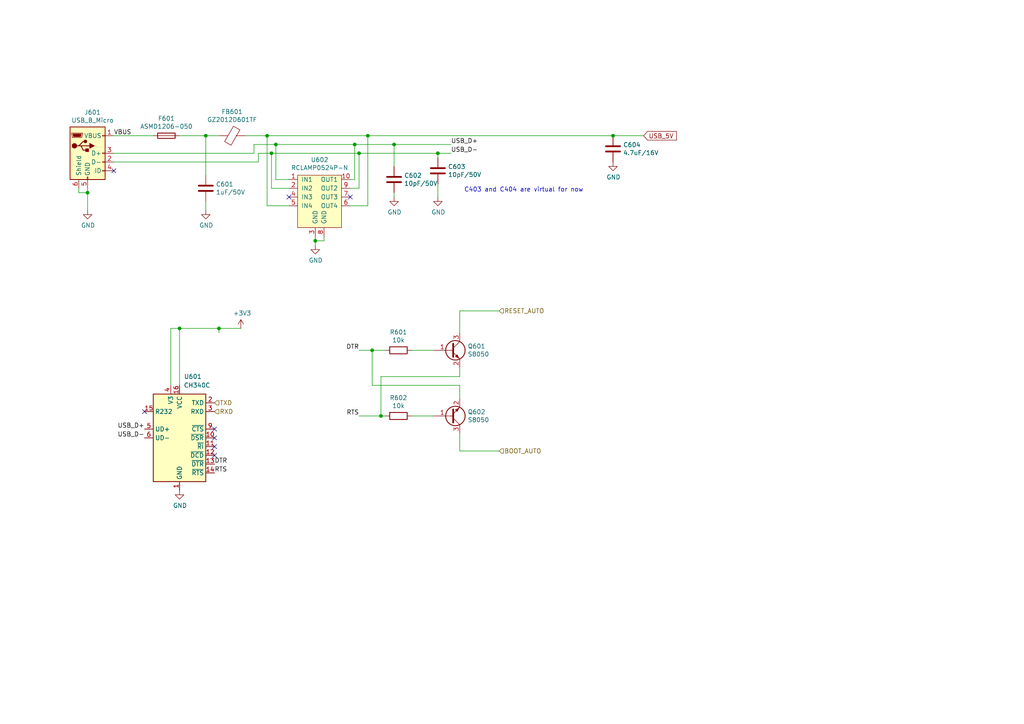
<source format=kicad_sch>
(kicad_sch (version 20211123) (generator eeschema)
  (paper "A4")
  (title_block (title "Sailor Hat with ESP32") (date "2021-08-17") (rev "2.0.0") (company "Hat Labs Ltd") (comment 1 "https://creativecommons.org/licenses/by-sa/4.0") (comment 2 "To view a copy of this license, visit ") (comment 3 "SH-ESP32 is licensed under CC BY-SA 4.0."))
  (lib_symbols
    (symbol "Device:C" (pin_numbers hide) (pin_names (offset 0.254))
      (property "Reference" "C" (at 0.635 2.54 0))
      (property "Value" "C" (at 0.635 -2.54 0))
      (symbol "C_0_1"
        (polyline (pts (xy -2.032 -0.762) (xy 2.032 -0.762)) (stroke (width 0.508)))
        (polyline (pts (xy -2.032 0.762) (xy 2.032 0.762)) (stroke (width 0.508)))
      )
      (symbol "C_1_1"
        (pin passive line (at 0 3.81 270) (length 2.794) (name "~") (number "1"))
        (pin passive line (at 0 -3.81 90) (length 2.794) (name "~") (number "2"))
      )
    )
    (symbol "Device:FerriteBead" (pin_numbers hide) (pin_names (offset 0))
      (property "Reference" "FB" (at -3.81 0.635 90))
      (property "Value" "FerriteBead" (at 3.81 0 90))
      (symbol "FerriteBead_0_1"
        (polyline (pts (xy 0 -1.27) (xy 0 -1.2192)))
        (polyline (pts (xy 0 1.27) (xy 0 1.2954)))
        (polyline (pts (xy -2.7686 0.4064) (xy -1.7018 2.2606) (xy 2.7686 -0.3048) (xy 1.6764 -2.159) (xy -2.7686 0.4064)))
      )
      (symbol "FerriteBead_1_1"
        (pin passive line (at 0 3.81 270) (length 2.54) (name "~") (number "1"))
        (pin passive line (at 0 -3.81 90) (length 2.54) (name "~") (number "2"))
      )
    )
    (symbol "Device:Fuse" (pin_numbers hide) (pin_names (offset 0))
      (property "Reference" "F" (at 2.032 0 90))
      (property "Value" "Fuse" (at -1.905 0 90))
      (symbol "Fuse_0_1"
        (rectangle (start -0.762 -2.54) (end 0.762 2.54) (stroke (width 0.254)))
        (polyline (pts (xy 0 2.54) (xy 0 -2.54)))
      )
      (symbol "Fuse_1_1"
        (pin passive line (at 0 3.81 270) (length 1.27) (name "~") (number "1"))
        (pin passive line (at 0 -3.81 90) (length 1.27) (name "~") (number "2"))
      )
    )
    (symbol "Device:R" (pin_numbers hide) (pin_names (offset 0))
      (property "Reference" "R" (at 2.032 0 90))
      (property "Value" "R" (at 0 0 90))
      (symbol "R_0_1"
        (rectangle (start -1.016 -2.54) (end 1.016 2.54) (stroke (width 0.254)))
      )
      (symbol "R_1_1"
        (pin passive line (at 0 3.81 270) (length 1.27) (name "~") (number "1"))
        (pin passive line (at 0 -3.81 90) (length 1.27) (name "~") (number "2"))
      )
    )
    (symbol "Interface_USB:CH340C"
      (property "Reference" "U" (at -5.08 13.97 0))
      (property "Value" "CH340C" (at 1.27 13.97 0))
      (symbol "CH340C_0_1"
        (rectangle (start -7.62 12.7) (end 7.62 -12.7) (stroke (width 0.254)) (fill (type background)))
      )
      (symbol "CH340C_1_1"
        (pin power_in line (at 0 -15.24 90) (length 2.54) (name "GND") (number "1"))
        (pin input line (at 10.16 0 180) (length 2.54) (name "~{DSR}") (number "10"))
        (pin input line (at 10.16 -2.54 180) (length 2.54) (name "~{RI}") (number "11"))
        (pin input line (at 10.16 -5.08 180) (length 2.54) (name "~{DCD}") (number "12"))
        (pin output line (at 10.16 -7.62 180) (length 2.54) (name "~{DTR}") (number "13"))
        (pin output line (at 10.16 -10.16 180) (length 2.54) (name "~{RTS}") (number "14"))
        (pin input line (at -10.16 7.62 0) (length 2.54) (name "R232") (number "15"))
        (pin power_in line (at 0 15.24 270) (length 2.54) (name "VCC") (number "16"))
        (pin output line (at 10.16 10.16 180) (length 2.54) (name "TXD") (number "2"))
        (pin input line (at 10.16 7.62 180) (length 2.54) (name "RXD") (number "3"))
        (pin passive line (at -2.54 15.24 270) (length 2.54) (name "V3") (number "4"))
        (pin bidirectional line (at -10.16 2.54 0) (length 2.54) (name "UD+") (number "5"))
        (pin bidirectional line (at -10.16 0 0) (length 2.54) (name "UD-") (number "6"))
        (pin no_connect line (at -7.62 -7.62 0) (length 2.54) hide (name "NC") (number "7"))
        (pin no_connect line (at -7.62 -10.16 0) (length 2.54) hide (name "NC") (number "8"))
        (pin input line (at 10.16 2.54 180) (length 2.54) (name "~{CTS}") (number "9"))
      )
    )
    (symbol "SH-ESP32:RCLAMP0524P-N" (pin_names (offset 1.016))
      (property "Reference" "U" (at 1.27 10.16 0))
      (property "Value" "RCLAMP0524P-N" (at 8.89 7.62 0))
      (symbol "RCLAMP0524P-N_0_1"
        (rectangle (start -6.35 6.35) (end 6.35 -8.89) (fill (type background)))
      )
      (symbol "RCLAMP0524P-N_1_1"
        (pin input line (at -8.89 5.08 0) (length 2.54) (name "IN1") (number "1"))
        (pin output line (at 8.89 5.08 180) (length 2.54) (name "OUT1") (number "10"))
        (pin input line (at -8.89 2.54 0) (length 2.54) (name "IN2") (number "2"))
        (pin power_in line (at -1.27 -11.43 90) (length 2.54) (name "GND") (number "3"))
        (pin input line (at -8.89 0 0) (length 2.54) (name "IN3") (number "4"))
        (pin input line (at -8.89 -2.54 0) (length 2.54) (name "IN4") (number "5"))
        (pin output line (at 8.89 -2.54 180) (length 2.54) (name "OUT4") (number "6"))
        (pin output line (at 8.89 0 180) (length 2.54) (name "OUT3") (number "7"))
        (pin power_in line (at 1.27 -11.43 90) (length 2.54) (name "GND") (number "8"))
        (pin output line (at 8.89 2.54 180) (length 2.54) (name "OUT2") (number "9"))
      )
    )
    (symbol "SH-ESP32:S8050" (pin_names (offset 0) hide)
      (property "Reference" "Q" (at 5.08 1.905 0))
      (property "Value" "S8050" (at 5.08 0 0))
      (symbol "S8050_0_1"
        (polyline (pts (xy 0 0) (xy 0.635 0)))
        (polyline (pts (xy 0.635 0.635) (xy 2.54 2.54)))
        (polyline (pts (xy 0.635 -0.635) (xy 2.54 -2.54) (xy 2.54 -2.54)))
        (polyline (pts (xy 0.635 1.905) (xy 0.635 -1.905) (xy 0.635 -1.905)) (stroke (width 0.508)))
        (polyline (pts (xy 1.27 -1.778) (xy 1.778 -1.27) (xy 2.286 -2.286) (xy 1.27 -1.778) (xy 1.27 -1.778)) (fill (type outline)))
        (circle (center 1.27 0) (radius 2.8194) (stroke (width 0.254)))
      )
      (symbol "S8050_1_1"
        (pin input line (at -5.08 0 0) (length 5.08) (name "B") (number "1"))
        (pin passive line (at 2.54 -5.08 90) (length 2.54) (name "E") (number "2"))
        (pin passive line (at 2.54 5.08 270) (length 2.54) (name "C") (number "3"))
      )
    )
    (symbol "SH-ESP32:USB_B_Micro-Connector" (pin_names (offset 1.016))
      (property "Reference" "J" (at -5.08 11.43 0))
      (property "Value" "USB_B_Micro-Connector" (at -5.08 8.89 0))
      (symbol "USB_B_Micro-Connector_0_1"
        (rectangle (start -5.08 -7.62) (end 5.08 7.62) (stroke (width 0.254)) (fill (type background)))
        (circle (center -3.81 2.159) (radius 0.635) (stroke (width 0.254)) (fill (type outline)))
        (circle (center -0.635 3.429) (radius 0.381) (stroke (width 0.254)) (fill (type outline)))
        (rectangle (start -0.127 -7.62) (end 0.127 -6.858))
        (polyline (pts (xy -1.905 2.159) (xy 0.635 2.159)) (stroke (width 0.254)))
        (polyline (pts (xy -3.175 2.159) (xy -2.54 2.159) (xy -1.27 3.429) (xy -0.635 3.429)) (stroke (width 0.254)))
        (polyline (pts (xy -2.54 2.159) (xy -1.905 2.159) (xy -1.27 0.889) (xy 0 0.889)) (stroke (width 0.254)))
        (polyline (pts (xy 0.635 2.794) (xy 0.635 1.524) (xy 1.905 2.159) (xy 0.635 2.794)) (stroke (width 0.254)) (fill (type outline)))
        (polyline (pts (xy -4.318 5.588) (xy -1.778 5.588) (xy -2.032 4.826) (xy -4.064 4.826) (xy -4.318 5.588)) (fill (type outline)))
        (polyline (pts (xy -4.699 5.842) (xy -4.699 5.588) (xy -4.445 4.826) (xy -4.445 4.572) (xy -1.651 4.572) (xy -1.651 4.826) (xy -1.397 5.588) (xy -1.397 5.842) (xy -4.699 5.842)))
        (rectangle (start 0.254 1.27) (end -0.508 0.508) (stroke (width 0.254)) (fill (type outline)))
        (rectangle (start 5.08 -5.207) (end 4.318 -4.953))
        (rectangle (start 5.08 -2.667) (end 4.318 -2.413))
        (rectangle (start 5.08 -0.127) (end 4.318 0.127))
        (rectangle (start 5.08 4.953) (end 4.318 5.207))
      )
      (symbol "USB_B_Micro-Connector_1_1"
        (pin power_out line (at 7.62 5.08 180) (length 2.54) (name "VBUS") (number "1"))
        (pin passive line (at 7.62 -2.54 180) (length 2.54) (name "D-") (number "2"))
        (pin passive line (at 7.62 0 180) (length 2.54) (name "D+") (number "3"))
        (pin passive line (at 7.62 -5.08 180) (length 2.54) (name "ID") (number "4"))
        (pin power_out line (at 0 -10.16 90) (length 2.54) (name "GND") (number "5"))
        (pin passive line (at -2.54 -10.16 90) (length 2.54) (name "Shield") (number "6"))
      )
    )
    (symbol "power:+3.3V" (power) (pin_names (offset 0))
      (property "Value" "+3.3V" (at 0 3.556 0))
      (symbol "+3.3V_0_1"
        (polyline (pts (xy -0.762 1.27) (xy 0 2.54)))
        (polyline (pts (xy 0 0) (xy 0 2.54)))
        (polyline (pts (xy 0 2.54) (xy 0.762 1.27)))
      )
      (symbol "+3.3V_1_1"
        (pin power_in line (at 0 0 90) (length 0) hide (name "+3V3") (number "1"))
      )
    )
    (symbol "power:GND" (power) (pin_names (offset 0))
      (property "Value" "GND" (at 0 -3.81 0))
      (symbol "GND_0_1"
        (polyline (pts (xy 0 0) (xy 0 -1.27) (xy 1.27 -1.27) (xy 0 -2.54) (xy -1.27 -1.27) (xy 0 -1.27)))
      )
      (symbol "GND_1_1"
        (pin power_in line (at 0 0 270) (length 0) hide (name "GND") (number "1"))
      )
    )
  )
  (junction (at 52.07 95.25))
  (junction (at 102.87 41.91))
  (junction (at 127 44.45))
  (junction (at 63.5 95.25))
  (junction (at 107.95 101.6))
  (junction (at 80.01 41.91))
  (junction (at 106.68 39.37))
  (junction (at 77.47 39.37))
  (junction (at 114.3 41.91))
  (junction (at 104.14 44.45))
  (junction (at 110.49 120.65))
  (junction (at 59.69 39.37))
  (junction (at 25.4 55.88))
  (junction (at 91.44 69.85))
  (junction (at 78.74 44.45))
  (junction (at 177.8 39.37))
  (no_connect (at 62.23 132.08))
  (no_connect (at 62.23 129.54))
  (no_connect (at 83.82 57.15))
  (no_connect (at 101.6 57.15))
  (no_connect (at 62.23 127))
  (no_connect (at 41.91 119.38))
  (no_connect (at 33.02 49.53))
  (no_connect (at 62.23 124.46))
  (wire (pts (xy 91.44 69.85) (xy 93.98 69.85)))
  (wire (pts (xy 114.3 41.91) (xy 130.81 41.91)))
  (wire (pts (xy 22.86 55.88) (xy 22.86 54.61)))
  (wire (pts (xy 83.82 54.61) (xy 78.74 54.61)))
  (wire (pts (xy 111.76 120.65) (xy 110.49 120.65)))
  (wire (pts (xy 144.78 130.81) (xy 133.35 130.81)))
  (wire (pts (xy 59.69 39.37) (xy 63.5 39.37)))
  (wire (pts (xy 101.6 52.07) (xy 102.87 52.07)))
  (wire (pts (xy 80.01 41.91) (xy 80.01 52.07)))
  (wire (pts (xy 33.02 44.45) (xy 73.66 44.45)))
  (wire (pts (xy 133.35 106.68) (xy 133.35 109.22)))
  (wire (pts (xy 25.4 54.61) (xy 25.4 55.88)))
  (wire (pts (xy 104.14 44.45) (xy 127 44.45)))
  (wire (pts (xy 71.12 39.37) (xy 77.47 39.37)))
  (wire (pts (xy 77.47 39.37) (xy 106.68 39.37)))
  (wire (pts (xy 107.95 101.6) (xy 107.95 111.76)))
  (wire (pts (xy 22.86 55.88) (xy 25.4 55.88)))
  (wire (pts (xy 127 45.72) (xy 127 44.45)))
  (wire (pts (xy 80.01 41.91) (xy 102.87 41.91)))
  (wire (pts (xy 59.69 50.8) (xy 59.69 39.37)))
  (wire (pts (xy 80.01 52.07) (xy 83.82 52.07)))
  (wire (pts (xy 127 44.45) (xy 130.81 44.45)))
  (wire (pts (xy 69.85 95.25) (xy 63.5 95.25)))
  (wire (pts (xy 49.53 95.25) (xy 52.07 95.25)))
  (wire (pts (xy 91.44 71.12) (xy 91.44 69.85)))
  (wire (pts (xy 133.35 90.17) (xy 144.78 90.17)))
  (wire (pts (xy 104.14 54.61) (xy 104.14 44.45)))
  (wire (pts (xy 133.35 130.81) (xy 133.35 125.73)))
  (wire (pts (xy 73.66 41.91) (xy 80.01 41.91)))
  (wire (pts (xy 119.38 101.6) (xy 125.73 101.6)))
  (wire (pts (xy 74.93 46.99) (xy 74.93 44.45)))
  (wire (pts (xy 102.87 52.07) (xy 102.87 41.91)))
  (wire (pts (xy 101.6 54.61) (xy 104.14 54.61)))
  (wire (pts (xy 106.68 59.69) (xy 101.6 59.69)))
  (wire (pts (xy 133.35 111.76) (xy 133.35 115.57)))
  (wire (pts (xy 52.07 95.25) (xy 52.07 111.76)))
  (wire (pts (xy 104.14 101.6) (xy 107.95 101.6)))
  (wire (pts (xy 177.8 39.37) (xy 186.69 39.37)))
  (wire (pts (xy 133.35 109.22) (xy 110.49 109.22)))
  (wire (pts (xy 59.69 60.96) (xy 59.69 58.42)))
  (wire (pts (xy 77.47 59.69) (xy 83.82 59.69)))
  (wire (pts (xy 125.73 120.65) (xy 119.38 120.65)))
  (wire (pts (xy 49.53 95.25) (xy 49.53 111.76)))
  (wire (pts (xy 63.5 96.52) (xy 63.5 95.25)))
  (wire (pts (xy 63.5 95.25) (xy 52.07 95.25)))
  (wire (pts (xy 110.49 109.22) (xy 110.49 120.65)))
  (wire (pts (xy 106.68 39.37) (xy 177.8 39.37)))
  (wire (pts (xy 52.07 39.37) (xy 59.69 39.37)))
  (wire (pts (xy 25.4 55.88) (xy 25.4 60.96)))
  (wire (pts (xy 114.3 48.26) (xy 114.3 41.91)))
  (wire (pts (xy 78.74 54.61) (xy 78.74 44.45)))
  (wire (pts (xy 93.98 69.85) (xy 93.98 68.58)))
  (wire (pts (xy 114.3 57.15) (xy 114.3 55.88)))
  (wire (pts (xy 107.95 101.6) (xy 111.76 101.6)))
  (wire (pts (xy 102.87 41.91) (xy 114.3 41.91)))
  (wire (pts (xy 78.74 44.45) (xy 104.14 44.45)))
  (wire (pts (xy 110.49 120.65) (xy 104.14 120.65)))
  (wire (pts (xy 73.66 44.45) (xy 73.66 41.91)))
  (wire (pts (xy 106.68 39.37) (xy 106.68 59.69)))
  (wire (pts (xy 77.47 39.37) (xy 77.47 59.69)))
  (wire (pts (xy 74.93 44.45) (xy 78.74 44.45)))
  (wire (pts (xy 33.02 39.37) (xy 44.45 39.37)))
  (wire (pts (xy 107.95 111.76) (xy 133.35 111.76)))
  (wire (pts (xy 127 57.15) (xy 127 53.34)))
  (wire (pts (xy 133.35 96.52) (xy 133.35 90.17)))
  (wire (pts (xy 91.44 69.85) (xy 91.44 68.58)))
  (wire (pts (xy 33.02 46.99) (xy 74.93 46.99)))
  (text "C403 and C404 are virtual for now" (at 134.62 55.88 0) (effects (font (size 1.27 1.27)) (justify left bottom)))
  (label "USB_D+" (at 130.81 41.91 0))
  (label "RTS" (at 104.14 120.65 180))
  (label "USB_D-" (at 130.81 44.45 0))
  (label "USB_D+" (at 41.91 124.46 180))
  (label "VBUS" (at 33.02 39.37 0))
  (label "DTR" (at 104.14 101.6 180))
  (label "DTR" (at 62.23 134.62 0))
  (label "RTS" (at 62.23 137.16 0))
  (label "USB_D-" (at 41.91 127 180))
  (global_label "USB_5V" (shape input) (at 186.69 39.37 0) (property "Intersheet References" "${INTERSHEET_REFS}" (effects hide)))
  (hierarchical_label "RXD" (shape input) (at 62.23 119.38 0))
  (hierarchical_label "TXD" (shape input) (at 62.23 116.84 0))
  (hierarchical_label "BOOT_AUTO" (shape input) (at 144.78 130.81 0))
  (hierarchical_label "RESET_AUTO" (shape input) (at 144.78 90.17 0))
  (symbol (lib_id "SH-ESP32:USB_B_Micro-Connector") (at 25.4 44.45 0) (unit 1)
    (property "Reference" "J601" (at 26.8478 32.5882 0))
    (property "Value" "USB_B_Micro" (at 26.8478 34.8996 0))
    (property "Footprint" "Connector_USB:USB_Micro-B_Wuerth_614105150721_Vertical" (effects hide))
    (property "LCSC" "C145795" (effects hide))
  )
  (symbol (lib_id "power:GND") (at 25.4 60.96 0) (unit 1)
    (property "Reference" "#PWR0601" (effects hide))
    (property "Value" "GND" (at 25.527 65.3542 0))
  )
  (symbol (lib_id "Device:R") (at 115.57 101.6 90) (unit 1)
    (property "Reference" "R601" (at 115.57 96.3422 90))
    (property "Value" "10k" (at 115.57 98.6536 90))
    (property "Footprint" "Resistor_SMD:R_0402_1005Metric" (effects hide))
    (property "LCSC" "C25744" (effects hide))
  )
  (symbol (lib_id "Device:R") (at 115.57 120.65 90) (unit 1)
    (property "Reference" "R602" (at 115.57 115.3922 90))
    (property "Value" "10k" (at 115.57 117.7036 90))
    (property "Footprint" "Resistor_SMD:R_0402_1005Metric" (effects hide))
    (property "LCSC" "C25744" (effects hide))
  )
  (symbol (lib_id "Interface_USB:CH340C") (at 52.07 127 0) (unit 1)
    (property "Reference" "U601" (at 53.34 109.22 0) (effects (justify left)))
    (property "Value" "CH340C" (at 57.15 111.76 0))
    (property "Footprint" "Package_SO:SOIC-16_3.9x9.9mm_P1.27mm" (effects hide))
    (property "Datasheet" "https://datasheet.lcsc.com/szlcsc/Jiangsu-Qin-Heng-CH340C_C84681.pdf" (effects hide))
    (property "LCSC" "C84681" (effects hide))
  )
  (symbol (lib_id "SH-ESP32:S8050") (at 130.81 101.6 0) (unit 1)
    (property "Reference" "Q601" (at 135.636 100.4316 0) (effects (justify left)))
    (property "Value" "S8050" (at 135.636 102.743 0) (effects (justify left)))
    (property "Footprint" "Package_TO_SOT_SMD:SOT-23" (effects hide))
    (property "Datasheet" "http://www.unisonic.com.tw/datasheet/S8050.pdf" (effects hide))
    (property "LCSC" "C2146" (effects hide))
  )
  (symbol (lib_id "SH-ESP32:S8050") (at 130.81 120.65 0) (mirror x) (unit 1)
    (property "Reference" "Q602" (at 135.636 119.4816 0) (effects (justify left)))
    (property "Value" "S8050" (at 135.636 121.793 0) (effects (justify left)))
    (property "Footprint" "Package_TO_SOT_SMD:SOT-23" (effects hide))
    (property "Datasheet" "http://www.unisonic.com.tw/datasheet/S8050.pdf" (effects hide))
    (property "LCSC" "C2146" (effects hide))
  )
  (symbol (lib_id "Device:C") (at 177.8 43.18 0) (unit 1)
    (property "Reference" "C604" (at 180.721 42.0116 0) (effects (justify left)))
    (property "Value" "4.7uF/16V" (at 180.721 44.323 0) (effects (justify left)))
    (property "Footprint" "Capacitor_SMD:C_0603_1608Metric" (effects hide))
    (property "LCSC" "C19666" (effects hide))
  )
  (symbol (lib_id "power:GND") (at 177.8 46.99 0) (unit 1)
    (property "Reference" "#PWR0608" (effects hide))
    (property "Value" "GND" (at 177.927 51.3842 0))
  )
  (symbol (lib_id "power:GND") (at 52.07 142.24 0) (unit 1)
    (property "Reference" "#PWR0602" (effects hide))
    (property "Value" "GND" (at 52.197 146.6342 0))
  )
  (symbol (lib_id "power:GND") (at 91.44 71.12 0) (unit 1)
    (property "Reference" "#PWR0605" (effects hide))
    (property "Value" "GND" (at 91.567 75.5142 0))
  )
  (symbol (lib_id "SH-ESP32:RCLAMP0524P-N") (at 92.71 57.15 0) (unit 1)
    (property "Reference" "U602" (at 92.71 46.355 0))
    (property "Value" "RCLAMP0524P-N" (at 92.71 48.6664 0))
    (property "Footprint" "Package_DFN_QFN:Diodes_UDFN-10_1.0x2.5mm_P0.5mm" (effects hide))
    (property "LCSC" "C316044" (effects hide))
  )
  (symbol (lib_id "Device:FerriteBead") (at 67.31 39.37 270) (unit 1)
    (property "Reference" "FB601" (at 67.31 32.4104 90))
    (property "Value" "GZ2012D601TF" (at 67.31 34.7218 90))
    (property "Footprint" "Inductor_SMD:L_0805_2012Metric" (effects hide))
    (property "LCSC" "C1017" (effects hide))
  )
  (symbol (lib_id "Device:C") (at 114.3 52.07 0) (unit 1)
    (property "Reference" "C602" (at 117.221 50.9016 0) (effects (justify left)))
    (property "Value" "10pF/50V" (at 117.221 53.213 0) (effects (justify left)))
    (property "Footprint" "Capacitor_SMD:C_0402_1005Metric" (effects hide))
    (property "LCSC" "C32949" (effects hide))
  )
  (symbol (lib_id "Device:C") (at 127 49.53 0) (unit 1)
    (property "Reference" "C603" (at 129.921 48.3616 0) (effects (justify left)))
    (property "Value" "10pF/50V" (at 129.921 50.673 0) (effects (justify left)))
    (property "Footprint" "Capacitor_SMD:C_0402_1005Metric" (effects hide))
    (property "LCSC" "C32949" (effects hide))
  )
  (symbol (lib_id "power:GND") (at 114.3 57.15 0) (unit 1)
    (property "Reference" "#PWR0606" (effects hide))
    (property "Value" "GND" (at 114.427 61.5442 0))
  )
  (symbol (lib_id "power:GND") (at 127 57.15 0) (unit 1)
    (property "Reference" "#PWR0607" (effects hide))
    (property "Value" "GND" (at 127.127 61.5442 0))
  )
  (symbol (lib_id "Device:Fuse") (at 48.26 39.37 270) (unit 1)
    (property "Reference" "F601" (at 48.26 34.3662 90))
    (property "Value" "ASMD1206-050" (at 48.26 36.6776 90))
    (property "Footprint" "Fuse:Fuse_1206_3216Metric" (effects hide))
    (property "Datasheet" "https://datasheet.lcsc.com/szlcsc/Shenzhen-JDT-Fuse-ASMD1206-050_C135338.pdf" (effects hide))
    (property "LCSC" "C135338" (effects hide))
  )
  (symbol (lib_id "power:+3.3V") (at 69.85 95.25 0) (unit 1)
    (property "Reference" "#PWR0604" (effects hide))
    (property "Value" "+3.3V" (at 70.231 90.8558 0))
  )
  (symbol (lib_id "Device:C") (at 59.69 54.61 0) (unit 1)
    (property "Reference" "C601" (at 62.611 53.4416 0) (effects (justify left)))
    (property "Value" "1uF/50V" (at 62.611 55.753 0) (effects (justify left)))
    (property "Footprint" "Capacitor_SMD:C_0805_2012Metric" (effects hide))
    (property "LCSC" "C28323" (effects hide))
  )
  (symbol (lib_id "power:GND") (at 59.69 60.96 0) (unit 1)
    (property "Reference" "#PWR0603" (effects hide))
    (property "Value" "GND" (at 59.817 65.3542 0))
  )
)
</source>
